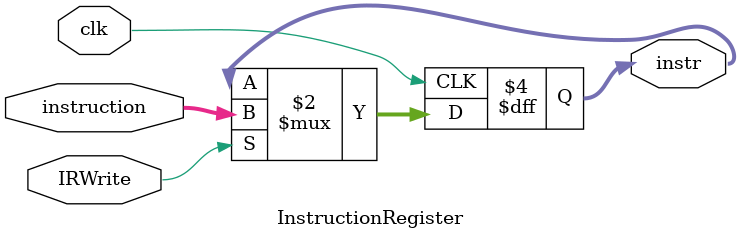
<source format=v>
module InstructionRegister(
    input [31:0] instruction,
    input clk,
    input IRWrite,
    output reg [31:0] instr
    );
    
    always @(posedge clk)
    begin if(IRWrite)
        instr <= instruction;
    end
endmodule
</source>
